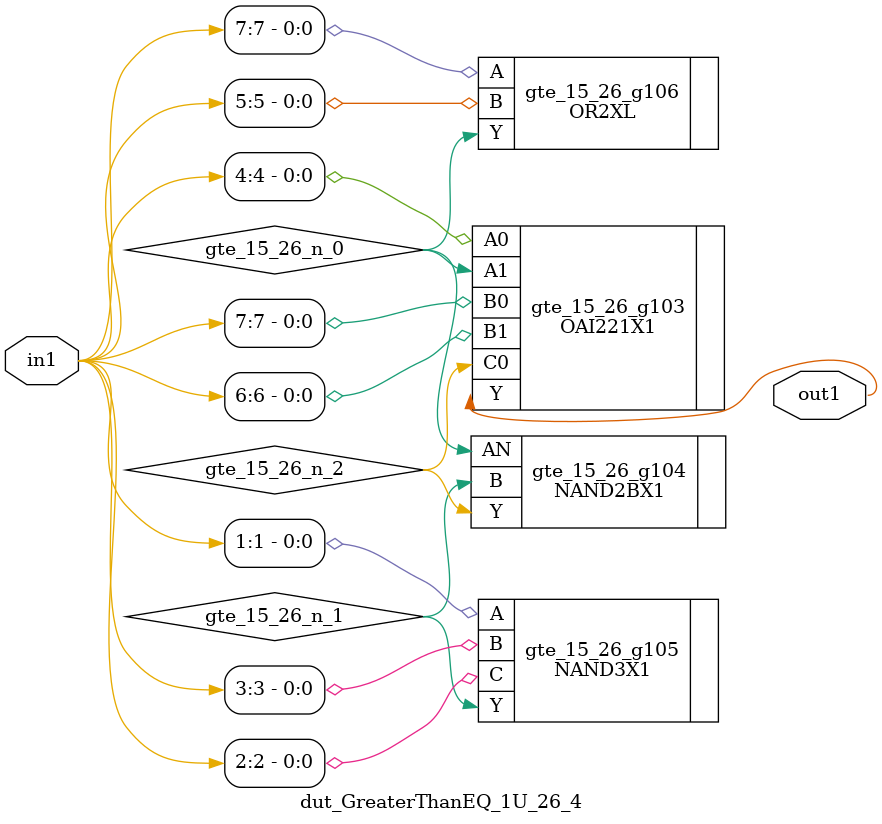
<source format=v>
`timescale 1ps / 1ps


module dut_GreaterThanEQ_1U_26_4(in1, out1);
  input [7:0] in1;
  output out1;
  wire [7:0] in1;
  wire out1;
  wire gte_15_26_n_0, gte_15_26_n_1, gte_15_26_n_2;
  OAI221X1 gte_15_26_g103(.A0 (in1[4]), .A1 (gte_15_26_n_0), .B0
       (in1[7]), .B1 (in1[6]), .C0 (gte_15_26_n_2), .Y (out1));
  NAND2BX1 gte_15_26_g104(.AN (gte_15_26_n_0), .B (gte_15_26_n_1), .Y
       (gte_15_26_n_2));
  NAND3X1 gte_15_26_g105(.A (in1[1]), .B (in1[3]), .C (in1[2]), .Y
       (gte_15_26_n_1));
  OR2XL gte_15_26_g106(.A (in1[7]), .B (in1[5]), .Y (gte_15_26_n_0));
endmodule



</source>
